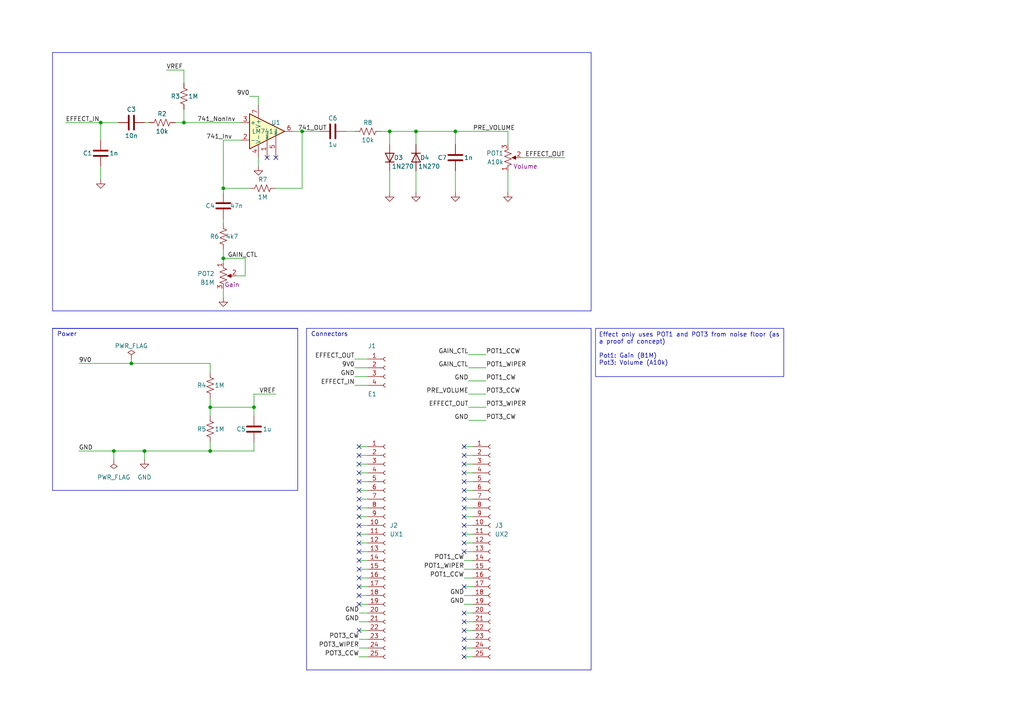
<source format=kicad_sch>
(kicad_sch (version 20230121) (generator eeschema)
  (paper "A4")
  (title_block (title "Buffer Overflow Drive Effect") (date "2023-03-27") (rev "v0.40") (company "github.com/whbeers/buffer_overflow"))
  (lib_symbols
    (symbol "Amplifier_Operational:LM741" (pin_names (offset 0.127))
      (property "Reference" "U" (at 0 6.35 0))
      (property "Value" "LM741" (at 0 3.81 0))
      (symbol "LM741_0_1"
        (polyline (pts (xy -5.08 5.08) (xy 5.08 0) (xy -5.08 -5.08) (xy -5.08 5.08)) (stroke (width 0.254)) (fill (type background)))
      )
      (symbol "LM741_1_1"
        (pin input line (at 0 -7.62 90) (length 5.08) (name "NULL") (number "1"))
        (pin input line (at -7.62 -2.54 0) (length 2.54) (name "-") (number "2"))
        (pin input line (at -7.62 2.54 0) (length 2.54) (name "+") (number "3"))
        (pin power_in line (at -2.54 -7.62 90) (length 3.81) (name "V-") (number "4"))
        (pin input line (at 2.54 -7.62 90) (length 6.35) (name "NULL") (number "5"))
        (pin output line (at 7.62 0 180) (length 2.54) (name "~") (number "6"))
        (pin power_in line (at -2.54 7.62 270) (length 3.81) (name "V+") (number "7"))
        (pin no_connect line (at 0 2.54 270) (length 2.54) hide (name "NC") (number "8"))
      )
    )
    (symbol "Connector:Conn_01x04_Socket" (pin_names (offset 1.016) hide)
      (property "Reference" "J" (at 0 5.08 0))
      (property "Value" "Conn_01x04_Socket" (at 0 -7.62 0))
      (symbol "Conn_01x04_Socket_1_1"
        (arc (start 0 -4.572) (mid -0.5058 -5.08) (end 0 -5.588) (stroke (width 0.1524)))
        (arc (start 0 -2.032) (mid -0.5058 -2.54) (end 0 -3.048) (stroke (width 0.1524)))
        (polyline (pts (xy -1.27 -5.08) (xy -0.508 -5.08)) (stroke (width 0.1524)))
        (polyline (pts (xy -1.27 -2.54) (xy -0.508 -2.54)) (stroke (width 0.1524)))
        (polyline (pts (xy -1.27 0) (xy -0.508 0)) (stroke (width 0.1524)))
        (polyline (pts (xy -1.27 2.54) (xy -0.508 2.54)) (stroke (width 0.1524)))
        (arc (start 0 0.508) (mid -0.5058 0) (end 0 -0.508) (stroke (width 0.1524)))
        (arc (start 0 3.048) (mid -0.5058 2.54) (end 0 2.032) (stroke (width 0.1524)))
        (pin passive line (at -5.08 2.54 0) (length 3.81) (name "Pin_1") (number "1"))
        (pin passive line (at -5.08 0 0) (length 3.81) (name "Pin_2") (number "2"))
        (pin passive line (at -5.08 -2.54 0) (length 3.81) (name "Pin_3") (number "3"))
        (pin passive line (at -5.08 -5.08 0) (length 3.81) (name "Pin_4") (number "4"))
      )
    )
    (symbol "Connector:Conn_01x25_Socket" (pin_names (offset 1.016) hide)
      (property "Reference" "J" (at 0 33.02 0))
      (property "Value" "Conn_01x25_Socket" (at 0 -33.02 0))
      (symbol "Conn_01x25_Socket_1_1"
        (arc (start 0 -29.972) (mid -0.5058 -30.48) (end 0 -30.988) (stroke (width 0.1524)))
        (arc (start 0 -27.432) (mid -0.5058 -27.94) (end 0 -28.448) (stroke (width 0.1524)))
        (arc (start 0 -24.892) (mid -0.5058 -25.4) (end 0 -25.908) (stroke (width 0.1524)))
        (arc (start 0 -22.352) (mid -0.5058 -22.86) (end 0 -23.368) (stroke (width 0.1524)))
        (arc (start 0 -19.812) (mid -0.5058 -20.32) (end 0 -20.828) (stroke (width 0.1524)))
        (arc (start 0 -17.272) (mid -0.5058 -17.78) (end 0 -18.288) (stroke (width 0.1524)))
        (arc (start 0 -14.732) (mid -0.5058 -15.24) (end 0 -15.748) (stroke (width 0.1524)))
        (arc (start 0 -12.192) (mid -0.5058 -12.7) (end 0 -13.208) (stroke (width 0.1524)))
        (arc (start 0 -9.652) (mid -0.5058 -10.16) (end 0 -10.668) (stroke (width 0.1524)))
        (arc (start 0 -7.112) (mid -0.5058 -7.62) (end 0 -8.128) (stroke (width 0.1524)))
        (arc (start 0 -4.572) (mid -0.5058 -5.08) (end 0 -5.588) (stroke (width 0.1524)))
        (arc (start 0 -2.032) (mid -0.5058 -2.54) (end 0 -3.048) (stroke (width 0.1524)))
        (polyline (pts (xy -1.27 -30.48) (xy -0.508 -30.48)) (stroke (width 0.1524)))
        (polyline (pts (xy -1.27 -27.94) (xy -0.508 -27.94)) (stroke (width 0.1524)))
        (polyline (pts (xy -1.27 -25.4) (xy -0.508 -25.4)) (stroke (width 0.1524)))
        (polyline (pts (xy -1.27 -22.86) (xy -0.508 -22.86)) (stroke (width 0.1524)))
        (polyline (pts (xy -1.27 -20.32) (xy -0.508 -20.32)) (stroke (width 0.1524)))
        (polyline (pts (xy -1.27 -17.78) (xy -0.508 -17.78)) (stroke (width 0.1524)))
        (polyline (pts (xy -1.27 -15.24) (xy -0.508 -15.24)) (stroke (width 0.1524)))
        (polyline (pts (xy -1.27 -12.7) (xy -0.508 -12.7)) (stroke (width 0.1524)))
        (polyline (pts (xy -1.27 -10.16) (xy -0.508 -10.16)) (stroke (width 0.1524)))
        (polyline (pts (xy -1.27 -7.62) (xy -0.508 -7.62)) (stroke (width 0.1524)))
        (polyline (pts (xy -1.27 -5.08) (xy -0.508 -5.08)) (stroke (width 0.1524)))
        (polyline (pts (xy -1.27 -2.54) (xy -0.508 -2.54)) (stroke (width 0.1524)))
        (polyline (pts (xy -1.27 0) (xy -0.508 0)) (stroke (width 0.1524)))
        (polyline (pts (xy -1.27 2.54) (xy -0.508 2.54)) (stroke (width 0.1524)))
        (polyline (pts (xy -1.27 5.08) (xy -0.508 5.08)) (stroke (width 0.1524)))
        (polyline (pts (xy -1.27 7.62) (xy -0.508 7.62)) (stroke (width 0.1524)))
        (polyline (pts (xy -1.27 10.16) (xy -0.508 10.16)) (stroke (width 0.1524)))
        (polyline (pts (xy -1.27 12.7) (xy -0.508 12.7)) (stroke (width 0.1524)))
        (polyline (pts (xy -1.27 15.24) (xy -0.508 15.24)) (stroke (width 0.1524)))
        (polyline (pts (xy -1.27 17.78) (xy -0.508 17.78)) (stroke (width 0.1524)))
        (polyline (pts (xy -1.27 20.32) (xy -0.508 20.32)) (stroke (width 0.1524)))
        (polyline (pts (xy -1.27 22.86) (xy -0.508 22.86)) (stroke (width 0.1524)))
        (polyline (pts (xy -1.27 25.4) (xy -0.508 25.4)) (stroke (width 0.1524)))
        (polyline (pts (xy -1.27 27.94) (xy -0.508 27.94)) (stroke (width 0.1524)))
        (polyline (pts (xy -1.27 30.48) (xy -0.508 30.48)) (stroke (width 0.1524)))
        (arc (start 0 0.508) (mid -0.5058 0) (end 0 -0.508) (stroke (width 0.1524)))
        (arc (start 0 3.048) (mid -0.5058 2.54) (end 0 2.032) (stroke (width 0.1524)))
        (arc (start 0 5.588) (mid -0.5058 5.08) (end 0 4.572) (stroke (width 0.1524)))
        (arc (start 0 8.128) (mid -0.5058 7.62) (end 0 7.112) (stroke (width 0.1524)))
        (arc (start 0 10.668) (mid -0.5058 10.16) (end 0 9.652) (stroke (width 0.1524)))
        (arc (start 0 13.208) (mid -0.5058 12.7) (end 0 12.192) (stroke (width 0.1524)))
        (arc (start 0 15.748) (mid -0.5058 15.24) (end 0 14.732) (stroke (width 0.1524)))
        (arc (start 0 18.288) (mid -0.5058 17.78) (end 0 17.272) (stroke (width 0.1524)))
        (arc (start 0 20.828) (mid -0.5058 20.32) (end 0 19.812) (stroke (width 0.1524)))
        (arc (start 0 23.368) (mid -0.5058 22.86) (end 0 22.352) (stroke (width 0.1524)))
        (arc (start 0 25.908) (mid -0.5058 25.4) (end 0 24.892) (stroke (width 0.1524)))
        (arc (start 0 28.448) (mid -0.5058 27.94) (end 0 27.432) (stroke (width 0.1524)))
        (arc (start 0 30.988) (mid -0.5058 30.48) (end 0 29.972) (stroke (width 0.1524)))
        (pin passive line (at -5.08 30.48 0) (length 3.81) (name "Pin_1") (number "1"))
        (pin passive line (at -5.08 7.62 0) (length 3.81) (name "Pin_10") (number "10"))
        (pin passive line (at -5.08 5.08 0) (length 3.81) (name "Pin_11") (number "11"))
        (pin passive line (at -5.08 2.54 0) (length 3.81) (name "Pin_12") (number "12"))
        (pin passive line (at -5.08 0 0) (length 3.81) (name "Pin_13") (number "13"))
        (pin passive line (at -5.08 -2.54 0) (length 3.81) (name "Pin_14") (number "14"))
        (pin passive line (at -5.08 -5.08 0) (length 3.81) (name "Pin_15") (number "15"))
        (pin passive line (at -5.08 -7.62 0) (length 3.81) (name "Pin_16") (number "16"))
        (pin passive line (at -5.08 -10.16 0) (length 3.81) (name "Pin_17") (number "17"))
        (pin passive line (at -5.08 -12.7 0) (length 3.81) (name "Pin_18") (number "18"))
        (pin passive line (at -5.08 -15.24 0) (length 3.81) (name "Pin_19") (number "19"))
        (pin passive line (at -5.08 27.94 0) (length 3.81) (name "Pin_2") (number "2"))
        (pin passive line (at -5.08 -17.78 0) (length 3.81) (name "Pin_20") (number "20"))
        (pin passive line (at -5.08 -20.32 0) (length 3.81) (name "Pin_21") (number "21"))
        (pin passive line (at -5.08 -22.86 0) (length 3.81) (name "Pin_22") (number "22"))
        (pin passive line (at -5.08 -25.4 0) (length 3.81) (name "Pin_23") (number "23"))
        (pin passive line (at -5.08 -27.94 0) (length 3.81) (name "Pin_24") (number "24"))
        (pin passive line (at -5.08 -30.48 0) (length 3.81) (name "Pin_25") (number "25"))
        (pin passive line (at -5.08 25.4 0) (length 3.81) (name "Pin_3") (number "3"))
        (pin passive line (at -5.08 22.86 0) (length 3.81) (name "Pin_4") (number "4"))
        (pin passive line (at -5.08 20.32 0) (length 3.81) (name "Pin_5") (number "5"))
        (pin passive line (at -5.08 17.78 0) (length 3.81) (name "Pin_6") (number "6"))
        (pin passive line (at -5.08 15.24 0) (length 3.81) (name "Pin_7") (number "7"))
        (pin passive line (at -5.08 12.7 0) (length 3.81) (name "Pin_8") (number "8"))
        (pin passive line (at -5.08 10.16 0) (length 3.81) (name "Pin_9") (number "9"))
      )
    )
    (symbol "Device:C" (pin_numbers hide) (pin_names (offset 0.254))
      (property "Reference" "C" (at 0.635 2.54 0))
      (property "Value" "C" (at 0.635 -2.54 0))
      (symbol "C_0_1"
        (polyline (pts (xy -2.032 -0.762) (xy 2.032 -0.762)) (stroke (width 0.508)))
        (polyline (pts (xy -2.032 0.762) (xy 2.032 0.762)) (stroke (width 0.508)))
      )
      (symbol "C_1_1"
        (pin passive line (at 0 3.81 270) (length 2.794) (name "~") (number "1"))
        (pin passive line (at 0 -3.81 90) (length 2.794) (name "~") (number "2"))
      )
    )
    (symbol "Device:D" (pin_numbers hide) (pin_names (offset 1.016) hide)
      (property "Reference" "D" (at 0 2.54 0))
      (property "Value" "D" (at 0 -2.54 0))
      (symbol "D_0_1"
        (polyline (pts (xy -1.27 1.27) (xy -1.27 -1.27)) (stroke (width 0.254)))
        (polyline (pts (xy 1.27 0) (xy -1.27 0)))
        (polyline (pts (xy 1.27 1.27) (xy 1.27 -1.27) (xy -1.27 0) (xy 1.27 1.27)) (stroke (width 0.254)))
      )
      (symbol "D_1_1"
        (pin passive line (at -3.81 0 0) (length 2.54) (name "K") (number "1"))
        (pin passive line (at 3.81 0 180) (length 2.54) (name "A") (number "2"))
      )
    )
    (symbol "Device:R_Potentiometer_US" (pin_names (offset 1.016) hide)
      (property "Reference" "RV" (at -4.445 0 90))
      (property "Value" "R_Potentiometer_US" (at -2.54 0 90))
      (symbol "R_Potentiometer_US_0_1"
        (polyline (pts (xy 0 -2.286) (xy 0 -2.54)))
        (polyline (pts (xy 0 2.54) (xy 0 2.286)))
        (polyline (pts (xy 2.54 0) (xy 1.524 0)))
        (polyline (pts (xy 1.143 0) (xy 2.286 0.508) (xy 2.286 -0.508) (xy 1.143 0)) (fill (type outline)))
        (polyline (pts (xy 0 -0.762) (xy 1.016 -1.143) (xy 0 -1.524) (xy -1.016 -1.905) (xy 0 -2.286)))
        (polyline (pts (xy 0 0.762) (xy 1.016 0.381) (xy 0 0) (xy -1.016 -0.381) (xy 0 -0.762)))
        (polyline (pts (xy 0 2.286) (xy 1.016 1.905) (xy 0 1.524) (xy -1.016 1.143) (xy 0 0.762)))
      )
      (symbol "R_Potentiometer_US_1_1"
        (pin passive line (at 0 3.81 270) (length 1.27) (name "1") (number "1"))
        (pin passive line (at 3.81 0 180) (length 1.27) (name "2") (number "2"))
        (pin passive line (at 0 -3.81 90) (length 1.27) (name "3") (number "3"))
      )
    )
    (symbol "Device:R_US" (pin_numbers hide) (pin_names (offset 0))
      (property "Reference" "R" (at 2.54 0 90))
      (property "Value" "R_US" (at -2.54 0 90))
      (symbol "R_US_0_1"
        (polyline (pts (xy 0 -2.286) (xy 0 -2.54)))
        (polyline (pts (xy 0 2.286) (xy 0 2.54)))
        (polyline (pts (xy 0 -0.762) (xy 1.016 -1.143) (xy 0 -1.524) (xy -1.016 -1.905) (xy 0 -2.286)))
        (polyline (pts (xy 0 0.762) (xy 1.016 0.381) (xy 0 0) (xy -1.016 -0.381) (xy 0 -0.762)))
        (polyline (pts (xy 0 2.286) (xy 1.016 1.905) (xy 0 1.524) (xy -1.016 1.143) (xy 0 0.762)))
      )
      (symbol "R_US_1_1"
        (pin passive line (at 0 3.81 270) (length 1.27) (name "~") (number "1"))
        (pin passive line (at 0 -3.81 90) (length 1.27) (name "~") (number "2"))
      )
    )
    (symbol "power:GND" (power) (pin_names (offset 0))
      (property "Value" "GND" (at 0 -3.81 0))
      (symbol "GND_0_1"
        (polyline (pts (xy 0 0) (xy 0 -1.27) (xy 1.27 -1.27) (xy 0 -2.54) (xy -1.27 -1.27) (xy 0 -1.27)))
      )
      (symbol "GND_1_1"
        (pin power_in line (at 0 0 270) (length 0) hide (name "GND") (number "1"))
      )
    )
    (symbol "power:PWR_FLAG" (power) (pin_numbers hide) (pin_names (offset 0) hide)
      (property "Value" "PWR_FLAG" (at 0 3.81 0))
      (symbol "PWR_FLAG_0_0"
        (pin power_out line (at 0 0 90) (length 0) (name "pwr") (number "1"))
      )
      (symbol "PWR_FLAG_0_1"
        (polyline (pts (xy 0 0) (xy 0 1.27) (xy -1.016 1.905) (xy 0 2.54) (xy 1.016 1.905) (xy 0 1.27)))
      )
    )
  )
  (junction (at 41.91 130.81))
  (junction (at 60.96 130.81))
  (junction (at 33.02 130.81))
  (junction (at 120.65 38.1))
  (junction (at 113.03 38.1))
  (junction (at 60.96 118.11))
  (junction (at 53.34 35.56))
  (junction (at 64.77 74.93))
  (junction (at 132.08 38.1))
  (junction (at 87.63 38.1))
  (junction (at 73.66 118.11))
  (junction (at 29.21 35.56))
  (junction (at 64.77 54.61))
  (junction (at 38.1 105.41))
  (no_connect (at 104.14 175.26))
  (no_connect (at 104.14 157.48))
  (no_connect (at 134.62 144.78))
  (no_connect (at 104.14 154.94))
  (no_connect (at 134.62 182.88))
  (no_connect (at 134.62 160.02))
  (no_connect (at 104.14 160.02))
  (no_connect (at 134.62 190.5))
  (no_connect (at 134.62 134.62))
  (no_connect (at 134.62 180.34))
  (no_connect (at 134.62 187.96))
  (no_connect (at 134.62 129.54))
  (no_connect (at 134.62 147.32))
  (no_connect (at 104.14 162.56))
  (no_connect (at 104.14 182.88))
  (no_connect (at 104.14 137.16))
  (no_connect (at 134.62 185.42))
  (no_connect (at 104.14 139.7))
  (no_connect (at 134.62 139.7))
  (no_connect (at 80.01 45.72))
  (no_connect (at 104.14 134.62))
  (no_connect (at 104.14 165.1))
  (no_connect (at 104.14 152.4))
  (no_connect (at 104.14 129.54))
  (no_connect (at 104.14 132.08))
  (no_connect (at 104.14 170.18))
  (no_connect (at 104.14 147.32))
  (no_connect (at 134.62 157.48))
  (no_connect (at 134.62 132.08))
  (no_connect (at 104.14 172.72))
  (no_connect (at 104.14 144.78))
  (no_connect (at 134.62 154.94))
  (no_connect (at 134.62 149.86))
  (no_connect (at 77.47 45.72))
  (no_connect (at 104.14 142.24))
  (no_connect (at 134.62 142.24))
  (no_connect (at 134.62 152.4))
  (no_connect (at 134.62 170.18))
  (no_connect (at 104.14 149.86))
  (no_connect (at 134.62 177.8))
  (no_connect (at 104.14 167.64))
  (no_connect (at 134.62 137.16))
  (wire (pts (xy 132.08 38.1) (xy 147.32 38.1)))
  (wire (pts (xy 104.14 144.78) (xy 106.68 144.78)))
  (polyline (pts (xy 86.36 142.24) (xy 86.36 95.25)))
  (wire (pts (xy 104.14 154.94) (xy 106.68 154.94)))
  (wire (pts (xy 134.62 182.88) (xy 137.16 182.88)))
  (wire (pts (xy 134.62 152.4) (xy 137.16 152.4)))
  (wire (pts (xy 102.87 109.22) (xy 106.68 109.22)))
  (wire (pts (xy 134.62 154.94) (xy 137.16 154.94)))
  (wire (pts (xy 120.65 38.1) (xy 120.65 41.91)))
  (polyline (pts (xy 15.24 90.17) (xy 171.45 90.17)))
  (wire (pts (xy 134.62 177.8) (xy 137.16 177.8)))
  (wire (pts (xy 134.62 144.78) (xy 137.16 144.78)))
  (wire (pts (xy 29.21 48.26) (xy 29.21 52.07)))
  (wire (pts (xy 135.89 114.3) (xy 140.97 114.3)))
  (wire (pts (xy 134.62 132.08) (xy 137.16 132.08)))
  (wire (pts (xy 64.77 54.61) (xy 64.77 55.88)))
  (wire (pts (xy 64.77 40.64) (xy 64.77 54.61)))
  (wire (pts (xy 104.14 170.18) (xy 106.68 170.18)))
  (wire (pts (xy 104.14 137.16) (xy 106.68 137.16)))
  (wire (pts (xy 134.62 175.26) (xy 137.16 175.26)))
  (wire (pts (xy 104.14 147.32) (xy 106.68 147.32)))
  (wire (pts (xy 60.96 107.95) (xy 60.96 105.41)))
  (wire (pts (xy 134.62 187.96) (xy 137.16 187.96)))
  (wire (pts (xy 120.65 38.1) (xy 132.08 38.1)))
  (wire (pts (xy 147.32 38.1) (xy 147.32 41.91)))
  (wire (pts (xy 134.62 190.5) (xy 137.16 190.5)))
  (wire (pts (xy 135.89 110.49) (xy 140.97 110.49)))
  (wire (pts (xy 80.01 54.61) (xy 87.63 54.61)))
  (wire (pts (xy 104.14 167.64) (xy 106.68 167.64)))
  (wire (pts (xy 64.77 83.82) (xy 64.77 86.36)))
  (wire (pts (xy 110.49 38.1) (xy 113.03 38.1)))
  (wire (pts (xy 60.96 115.57) (xy 60.96 118.11)))
  (wire (pts (xy 134.62 162.56) (xy 137.16 162.56)))
  (wire (pts (xy 73.66 128.27) (xy 73.66 130.81)))
  (wire (pts (xy 73.66 118.11) (xy 60.96 118.11)))
  (wire (pts (xy 100.33 38.1) (xy 102.87 38.1)))
  (wire (pts (xy 87.63 38.1) (xy 92.71 38.1)))
  (polyline (pts (xy 88.9 95.25) (xy 88.9 194.31)))
  (wire (pts (xy 120.65 49.53) (xy 120.65 55.88)))
  (wire (pts (xy 113.03 38.1) (xy 113.03 41.91)))
  (wire (pts (xy 29.21 35.56) (xy 29.21 40.64)))
  (wire (pts (xy 53.34 31.75) (xy 53.34 35.56)))
  (wire (pts (xy 104.14 187.96) (xy 106.68 187.96)))
  (polyline (pts (xy 15.24 90.17) (xy 15.24 15.24)))
  (wire (pts (xy 64.77 72.39) (xy 64.77 74.93)))
  (wire (pts (xy 104.14 152.4) (xy 106.68 152.4)))
  (wire (pts (xy 113.03 38.1) (xy 120.65 38.1)))
  (wire (pts (xy 85.09 38.1) (xy 87.63 38.1)))
  (wire (pts (xy 134.62 137.16) (xy 137.16 137.16)))
  (wire (pts (xy 134.62 185.42) (xy 137.16 185.42)))
  (wire (pts (xy 104.14 177.8) (xy 106.68 177.8)))
  (wire (pts (xy 38.1 104.14) (xy 38.1 105.41)))
  (wire (pts (xy 64.77 63.5) (xy 64.77 64.77)))
  (wire (pts (xy 134.62 147.32) (xy 137.16 147.32)))
  (wire (pts (xy 134.62 134.62) (xy 137.16 134.62)))
  (wire (pts (xy 104.14 129.54) (xy 106.68 129.54)))
  (wire (pts (xy 104.14 165.1) (xy 106.68 165.1)))
  (wire (pts (xy 104.14 182.88) (xy 106.68 182.88)))
  (wire (pts (xy 104.14 149.86) (xy 106.68 149.86)))
  (wire (pts (xy 22.86 105.41) (xy 38.1 105.41)))
  (wire (pts (xy 104.14 190.5) (xy 106.68 190.5)))
  (wire (pts (xy 151.13 45.72) (xy 163.83 45.72)))
  (wire (pts (xy 60.96 128.27) (xy 60.96 130.81)))
  (wire (pts (xy 64.77 74.93) (xy 71.12 74.93)))
  (wire (pts (xy 134.62 139.7) (xy 137.16 139.7)))
  (wire (pts (xy 19.05 35.56) (xy 29.21 35.56)))
  (polyline (pts (xy 88.9 194.31) (xy 171.45 194.31)))
  (wire (pts (xy 33.02 130.81) (xy 41.91 130.81)))
  (polyline (pts (xy 15.24 95.25) (xy 86.36 95.25)))
  (polyline (pts (xy 15.24 95.25) (xy 15.24 142.24)))
  (wire (pts (xy 132.08 49.53) (xy 132.08 55.88)))
  (wire (pts (xy 134.62 167.64) (xy 137.16 167.64)))
  (polyline (pts (xy 171.45 194.31) (xy 171.45 95.25)))
  (wire (pts (xy 135.89 102.87) (xy 140.97 102.87)))
  (wire (pts (xy 104.14 175.26) (xy 106.68 175.26)))
  (wire (pts (xy 104.14 157.48) (xy 106.68 157.48)))
  (wire (pts (xy 102.87 106.68) (xy 106.68 106.68)))
  (wire (pts (xy 53.34 35.56) (xy 69.85 35.56)))
  (wire (pts (xy 60.96 118.11) (xy 60.96 120.65)))
  (wire (pts (xy 134.62 160.02) (xy 137.16 160.02)))
  (wire (pts (xy 87.63 38.1) (xy 87.63 54.61)))
  (wire (pts (xy 64.77 76.2) (xy 64.77 74.93)))
  (wire (pts (xy 135.89 106.68) (xy 140.97 106.68)))
  (wire (pts (xy 22.86 130.81) (xy 33.02 130.81)))
  (wire (pts (xy 134.62 129.54) (xy 137.16 129.54)))
  (wire (pts (xy 134.62 170.18) (xy 137.16 170.18)))
  (wire (pts (xy 41.91 130.81) (xy 60.96 130.81)))
  (wire (pts (xy 41.91 130.81) (xy 41.91 133.35)))
  (wire (pts (xy 64.77 54.61) (xy 72.39 54.61)))
  (wire (pts (xy 74.93 48.26) (xy 74.93 45.72)))
  (polyline (pts (xy 15.24 142.24) (xy 86.36 142.24)))
  (wire (pts (xy 41.91 35.56) (xy 43.18 35.56)))
  (wire (pts (xy 72.39 27.94) (xy 74.93 27.94)))
  (wire (pts (xy 48.26 20.32) (xy 53.34 20.32)))
  (wire (pts (xy 104.14 134.62) (xy 106.68 134.62)))
  (wire (pts (xy 68.58 80.01) (xy 71.12 80.01)))
  (wire (pts (xy 104.14 180.34) (xy 106.68 180.34)))
  (wire (pts (xy 74.93 27.94) (xy 74.93 30.48)))
  (wire (pts (xy 104.14 172.72) (xy 106.68 172.72)))
  (wire (pts (xy 102.87 111.76) (xy 106.68 111.76)))
  (wire (pts (xy 29.21 35.56) (xy 34.29 35.56)))
  (wire (pts (xy 135.89 118.11) (xy 140.97 118.11)))
  (wire (pts (xy 134.62 142.24) (xy 137.16 142.24)))
  (wire (pts (xy 104.14 132.08) (xy 106.68 132.08)))
  (wire (pts (xy 134.62 157.48) (xy 137.16 157.48)))
  (polyline (pts (xy 15.24 15.24) (xy 171.45 15.24)))
  (polyline (pts (xy 86.36 95.25) (xy 15.24 95.25)))
  (wire (pts (xy 132.08 38.1) (xy 132.08 41.91)))
  (wire (pts (xy 50.8 35.56) (xy 53.34 35.56)))
  (wire (pts (xy 33.02 130.81) (xy 33.02 133.35)))
  (wire (pts (xy 104.14 139.7) (xy 106.68 139.7)))
  (wire (pts (xy 104.14 185.42) (xy 106.68 185.42)))
  (wire (pts (xy 104.14 162.56) (xy 106.68 162.56)))
  (wire (pts (xy 71.12 74.93) (xy 71.12 80.01)))
  (wire (pts (xy 53.34 20.32) (xy 53.34 24.13)))
  (wire (pts (xy 147.32 49.53) (xy 147.32 55.88)))
  (wire (pts (xy 134.62 172.72) (xy 137.16 172.72)))
  (wire (pts (xy 135.89 121.92) (xy 140.97 121.92)))
  (wire (pts (xy 113.03 49.53) (xy 113.03 55.88)))
  (wire (pts (xy 104.14 142.24) (xy 106.68 142.24)))
  (wire (pts (xy 73.66 118.11) (xy 73.66 120.65)))
  (wire (pts (xy 73.66 114.3) (xy 73.66 118.11)))
  (wire (pts (xy 60.96 130.81) (xy 73.66 130.81)))
  (wire (pts (xy 104.14 160.02) (xy 106.68 160.02)))
  (polyline (pts (xy 171.45 15.24) (xy 171.45 90.17)))
  (wire (pts (xy 134.62 165.1) (xy 137.16 165.1)))
  (wire (pts (xy 102.87 104.14) (xy 106.68 104.14)))
  (wire (pts (xy 73.66 114.3) (xy 80.01 114.3)))
  (wire (pts (xy 64.77 40.64) (xy 69.85 40.64)))
  (wire (pts (xy 134.62 180.34) (xy 137.16 180.34)))
  (wire (pts (xy 134.62 149.86) (xy 137.16 149.86)))
  (polyline (pts (xy 88.9 95.25) (xy 171.45 95.25)))
  (wire (pts (xy 38.1 105.41) (xy 60.96 105.41)))
  (text_box "Effect only uses POT1 and POT3 from noise floor (as a proof of concept)\n\nPot1: Gain (B1M)\nPot3: Volume (A10k)" (at 172.72 95.25 0) (size 54.61 13.97) (effects (font (size 1.27 1.27)) (justify left top)))
  (text "Connectors" (at 90.17 97.79 0) (effects (font (size 1.27 1.27)) (justify left bottom)))
  (text "Power" (at 16.51 97.79 0) (effects (font (size 1.27 1.27)) (justify left bottom)))
  (label "GND" (at 104.14 180.34 180))
  (label "PRE_VOLUME" (at 135.89 114.3 180))
  (label "GAIN_CTL" (at 135.89 102.87 180))
  (label "POT3_CW" (at 140.97 121.92 0))
  (label "741_Inv" (at 67.31 40.64 180))
  (label "GND" (at 104.14 177.8 180))
  (label "GAIN_CTL" (at 135.89 106.68 180))
  (label "POT3_CW" (at 104.14 185.42 180))
  (label "POT3_WIPER" (at 140.97 118.11 0))
  (label "GND" (at 135.89 121.92 180))
  (label "9V0" (at 72.39 27.94 180))
  (label "GND" (at 135.89 110.49 180))
  (label "GND" (at 134.62 172.72 180))
  (label "PRE_VOLUME" (at 137.16 38.1 0))
  (label "EFFECT_OUT" (at 163.83 45.72 180))
  (label "EFFECT_IN" (at 19.05 35.56 0))
  (label "741_OUT" (at 86.36 38.1 0))
  (label "EFFECT_OUT" (at 135.89 118.11 180))
  (label "VREF" (at 48.26 20.32 0))
  (label "POT3_CCW" (at 104.14 190.5 180))
  (label "POT1_CCW" (at 140.97 102.87 0))
  (label "POT1_WIPER" (at 134.62 165.1 180))
  (label "POT3_WIPER" (at 104.14 187.96 180))
  (label "POT1_CW" (at 134.62 162.56 180))
  (label "POT1_CCW" (at 134.62 167.64 180))
  (label "GND" (at 134.62 175.26 180))
  (label "POT3_CCW" (at 140.97 114.3 0))
  (label "VREF" (at 80.01 114.3 180))
  (label "POT1_CW" (at 140.97 110.49 0))
  (label "9V0" (at 22.86 105.41 0))
  (label "EFFECT_IN" (at 102.87 111.76 180))
  (label "GAIN_CTL" (at 66.04 74.93 0))
  (label "GND" (at 22.86 130.81 0))
  (label "POT1_WIPER" (at 140.97 106.68 0))
  (label "EFFECT_OUT" (at 102.87 104.14 180))
  (label "741_NonInv" (at 57.15 35.56 0))
  (label "9V0" (at 102.87 106.68 180))
  (label "GND" (at 102.87 109.22 180))
  (symbol (lib_id "Device:R_US") (at 60.96 124.46 180) (unit 1)
    (property "Reference" "R5" (at 57.15 124.46 0) (effects (justify right)))
    (property "Value" "1M" (at 62.23 124.46 0) (effects (justify right)))
    (property "Footprint" "Resistor_SMD:R_1206_3216Metric_Pad1.30x1.75mm_HandSolder" (effects hide))
  )
  (symbol (lib_id "power:GND") (at 147.32 55.88 0) (unit 1)
    (property "Reference" "#PWR0110" (effects hide))
    (property "Value" "GND" (effects hide))
  )
  (symbol (lib_id "Device:C") (at 96.52 38.1 90) (unit 1)
    (property "Reference" "C6" (at 96.52 34.29 90))
    (property "Value" "1u" (at 96.52 41.91 90))
    (property "Footprint" "Capacitor_SMD:C_1206_3216Metric_Pad1.33x1.80mm_HandSolder" (effects hide))
  )
  (symbol (lib_id "power:GND") (at 64.77 86.36 0) (unit 1)
    (property "Reference" "#PWR0112" (effects hide))
    (property "Value" "GND" (effects hide))
  )
  (symbol (lib_id "power:GND") (at 74.93 48.26 0) (unit 1)
    (property "Reference" "#PWR0103" (effects hide))
    (property "Value" "GND" (effects hide))
  )
  (symbol (lib_id "Device:C") (at 73.66 124.46 0) (unit 1)
    (property "Reference" "C5" (at 68.58 124.46 0) (effects (justify left)))
    (property "Value" "1u" (at 76.2 124.46 0) (effects (justify left)))
    (property "Footprint" "Capacitor_SMD:C_1206_3216Metric_Pad1.33x1.80mm_HandSolder" (effects hide))
  )
  (symbol (lib_id "power:PWR_FLAG") (at 38.1 104.14 0) (unit 1)
    (property "Reference" "#FLG01" (effects hide))
    (property "Value" "PWR_FLAG" (at 38.1 100.33 0))
  )
  (symbol (lib_id "Device:R_US") (at 106.68 38.1 270) (unit 1)
    (property "Reference" "R8" (at 106.68 35.56 90))
    (property "Value" "10k" (at 106.68 40.64 90))
    (property "Footprint" "Resistor_SMD:R_1206_3216Metric_Pad1.30x1.75mm_HandSolder" (effects hide))
  )
  (symbol (lib_id "Device:C") (at 38.1 35.56 90) (unit 1)
    (property "Reference" "C3" (at 38.1 31.75 90))
    (property "Value" "10n" (at 38.1 39.37 90))
    (property "Footprint" "Capacitor_SMD:C_1206_3216Metric_Pad1.33x1.80mm_HandSolder" (effects hide))
  )
  (symbol (lib_id "Device:R_US") (at 64.77 68.58 0) (unit 1)
    (property "Reference" "R6" (at 62.23 68.58 0))
    (property "Value" "4k7" (at 67.31 68.58 0))
    (property "Footprint" "Resistor_SMD:R_1206_3216Metric_Pad1.30x1.75mm_HandSolder" (effects hide))
  )
  (symbol (lib_id "Device:R_Potentiometer_US") (at 147.32 45.72 0) (mirror x) (unit 1) (on_board no)
    (property "Reference" "POT1" (at 146.05 44.45 0) (effects (justify right)))
    (property "Value" "A10k" (at 146.05 46.99 0) (effects (justify right)))
    (property "Label" "Volume" (at 152.4 48.26 0))
  )
  (symbol (lib_id "Device:D") (at 113.03 45.72 90) (unit 1)
    (property "Reference" "D3" (at 115.57 45.72 90))
    (property "Value" "1N270" (at 116.84 48.26 90))
    (property "Footprint" "Diode_THT:D_DO-35_SOD27_P7.62mm_Horizontal" (effects hide))
    (property "Sim.Device" "D" (effects hide))
    (property "Sim.Pins" "1=K 2=A" (effects hide))
  )
  (symbol (lib_id "Device:R_Potentiometer_US") (at 64.77 80.01 0) (unit 1) (on_board no)
    (property "Reference" "POT2" (at 62.23 79.3749 0) (effects (justify right)))
    (property "Value" "B1M" (at 62.23 81.9149 0) (effects (justify right)))
    (property "Label" "Gain" (at 67.31 82.55 0))
  )
  (symbol (lib_id "Device:R_US") (at 76.2 54.61 270) (unit 1)
    (property "Reference" "R7" (at 76.2 52.07 90))
    (property "Value" "1M" (at 76.2 57.15 90))
    (property "Footprint" "Resistor_SMD:R_1206_3216Metric_Pad1.30x1.75mm_HandSolder" (effects hide))
  )
  (symbol (lib_id "Device:R_US") (at 53.34 27.94 180) (unit 1)
    (property "Reference" "R3" (at 49.53 27.94 0) (effects (justify right)))
    (property "Value" "1M" (at 54.61 27.94 0) (effects (justify right)))
    (property "Footprint" "Resistor_SMD:R_1206_3216Metric_Pad1.30x1.75mm_HandSolder" (effects hide))
  )
  (symbol (lib_id "Device:C") (at 132.08 45.72 180) (unit 1)
    (property "Reference" "C7" (at 128.27 45.72 0))
    (property "Value" "1n" (at 135.89 45.72 0))
    (property "Footprint" "Capacitor_SMD:C_1206_3216Metric_Pad1.33x1.80mm_HandSolder" (effects hide))
  )
  (symbol (lib_id "power:GND") (at 113.03 55.88 0) (unit 1)
    (property "Reference" "#PWR0105" (effects hide))
    (property "Value" "GND" (effects hide))
  )
  (symbol (lib_id "Connector:Conn_01x25_Socket") (at 111.76 160.02 0) (unit 1)
    (property "Reference" "J2" (at 113.03 152.4 0) (effects (justify left)))
    (property "Value" "UX1" (at 113.03 154.94 0) (effects (justify left)))
    (property "Footprint" "buffer_overflow:Amphenol_Header_25Pin_10162582-1134125LF" (effects hide))
  )
  (symbol (lib_id "Device:C") (at 29.21 44.45 180) (unit 1)
    (property "Reference" "C1" (at 25.4 44.45 0))
    (property "Value" "1n" (at 33.02 44.45 0))
    (property "Footprint" "Capacitor_SMD:C_1206_3216Metric_Pad1.33x1.80mm_HandSolder" (effects hide))
  )
  (symbol (lib_id "power:GND") (at 29.21 52.07 0) (unit 1)
    (property "Reference" "#PWR0113" (effects hide))
    (property "Value" "GND" (effects hide))
  )
  (symbol (lib_id "Device:D") (at 120.65 45.72 270) (unit 1)
    (property "Reference" "D4" (at 123.19 45.72 90))
    (property "Value" "1N270" (at 124.46 48.26 90))
    (property "Footprint" "Diode_THT:D_DO-35_SOD27_P7.62mm_Horizontal" (effects hide))
    (property "Sim.Device" "D" (effects hide))
    (property "Sim.Pins" "1=K 2=A" (effects hide))
  )
  (symbol (lib_id "power:GND") (at 120.65 55.88 0) (unit 1)
    (property "Reference" "#PWR0111" (effects hide))
    (property "Value" "GND" (effects hide))
  )
  (symbol (lib_id "Amplifier_Operational:LM741") (at 77.47 38.1 0) (unit 1)
    (property "Reference" "U1" (at 80.01 35.56 0))
    (property "Value" "LM741" (at 76.2 38.1 0))
    (property "Footprint" "Package_DIP:DIP-8_W7.62mm" (effects hide))
    (property "Datasheet" "http://www.ti.com/lit/ds/symlink/lm741.pdf" (effects hide))
  )
  (symbol (lib_id "power:GND") (at 41.91 133.35 0) (unit 1)
    (property "Reference" "#PWR01" (effects hide))
    (property "Value" "GND" (at 41.91 138.43 0))
  )
  (symbol (lib_id "Device:R_US") (at 46.99 35.56 90) (unit 1)
    (property "Reference" "R2" (at 46.99 33.02 90))
    (property "Value" "10k" (at 46.99 38.1 90))
    (property "Footprint" "Resistor_SMD:R_1206_3216Metric_Pad1.30x1.75mm_HandSolder" (effects hide))
  )
  (symbol (lib_id "Connector:Conn_01x04_Socket") (at 111.76 106.68 0) (unit 1)
    (property "Reference" "J1" (at 106.68 100.33 0) (effects (justify left)))
    (property "Value" "E1" (at 106.68 114.3 0) (effects (justify left)))
    (property "Footprint" "buffer_overflow:Molex_PicoBlade_53047-0410_1x04_P1.25mm_Vertical_with_3D_Model" (effects hide))
  )
  (symbol (lib_id "power:PWR_FLAG") (at 33.02 133.35 180) (unit 1)
    (property "Reference" "#FLG02" (effects hide))
    (property "Value" "PWR_FLAG" (at 33.02 138.43 0))
  )
  (symbol (lib_id "Device:C") (at 64.77 59.69 180) (unit 1)
    (property "Reference" "C4" (at 60.96 59.69 0))
    (property "Value" "47n" (at 68.58 59.69 0))
    (property "Footprint" "Capacitor_SMD:C_1206_3216Metric_Pad1.33x1.80mm_HandSolder" (effects hide))
  )
  (symbol (lib_id "Connector:Conn_01x25_Socket") (at 142.24 160.02 0) (unit 1)
    (property "Reference" "J3" (at 143.51 152.4 0) (effects (justify left)))
    (property "Value" "UX2" (at 143.51 154.94 0) (effects (justify left)))
    (property "Footprint" "buffer_overflow:Amphenol_Header_25Pin_10162582-1134125LF" (effects hide))
  )
  (symbol (lib_id "power:GND") (at 132.08 55.88 0) (unit 1)
    (property "Reference" "#PWR0109" (effects hide))
    (property "Value" "GND" (effects hide))
  )
  (symbol (lib_id "Device:R_US") (at 60.96 111.76 180) (unit 1)
    (property "Reference" "R4" (at 57.15 111.76 0) (effects (justify right)))
    (property "Value" "1M" (at 62.23 111.76 0) (effects (justify right)))
    (property "Footprint" "Resistor_SMD:R_1206_3216Metric_Pad1.30x1.75mm_HandSolder" (effects hide))
  )
)
</source>
